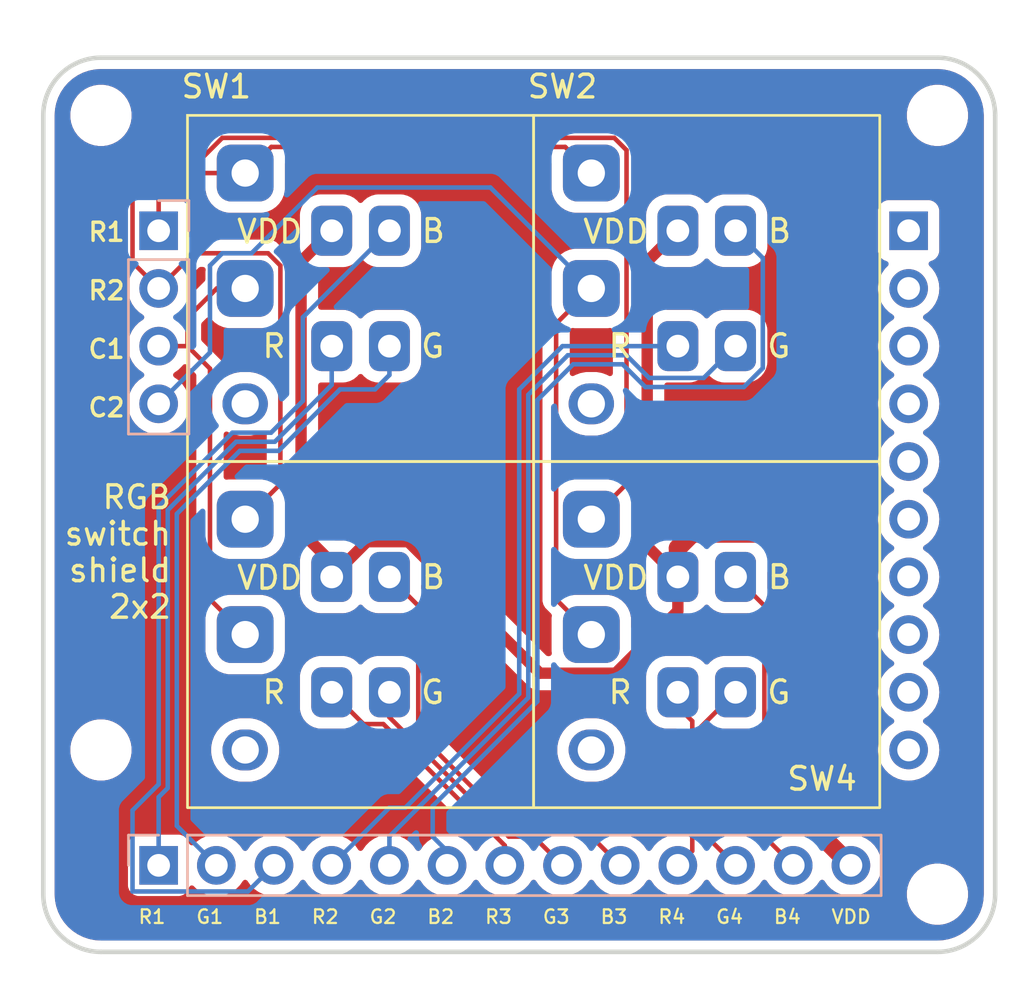
<source format=kicad_pcb>
(kicad_pcb (version 20240108) (generator "pcbnew") (generator_version "8.0")
  (layers (0 "F.Cu" signal) (31 "B.Cu" signal) (34 "B.Paste" user) (35 "F.Paste" user) (36 "B.SilkS" user "B.Silkscreen") (37 "F.SilkS" user "F.Silkscreen") (38 "B.Mask" user) (39 "F.Mask" user) (44 "Edge.Cuts" user))
  (net 0 "")
  (net 1 "Row1")
  (net 2 "Col1")
  (net 3 "Col2")
  (net 4 "Row2")
  (net 5 "G4")
  (net 6 "G3")
  (net 7 "B4")
  (net 8 "VDD")
  (net 9 "G2")
  (net 10 "R4")
  (net 11 "R2")
  (net 12 "G1")
  (net 13 "R1")
  (net 14 "R3")
  (net 15 "B2")
  (net 16 "B3")
  (net 17 "B1")
  (footprint "MountingHole:MountingHole_2.2mm_M2" (layer "F.Cu") (at 86.36 45.72)
    (property "Reference" "REF**" (hide yes))
    (property "Value" "MountingHole_2.2mm_M2" (hide yes))
    (pad "" np_thru_hole circle (at 0 0) (size 2.2 2.2) (drill 2.2) (layers "F&B.Cu" "*.Mask"))
  )
  (footprint "SilvansFootprintLibrary:Honyone Tactile Switch RGB" (layer "F.Cu") (at 60.96 68.58)
    (property "Reference" "SW3" (hide yes))
    (property "Value" "RGB_SW_3")
    (fp_rect (start -7.62 -7.62) (end 7.62 7.62) (stroke (width 0.12)) (fill none) (layer "F.SilkS"))
    (fp_text user "G" (at 3.175 2.54 0) (layer "F.SilkS"))
    (fp_text user "R" (at -3.81 2.54 0) (layer "F.SilkS"))
    (fp_text user "VDD" (at -4 -2.5 0) (layer "F.SilkS"))
    (fp_text user "B" (at 3.203452 -2.529491 0) (layer "F.SilkS"))
    (pad "" thru_hole roundrect (at -5.08 5.08 180) (size 2 1.8) (drill 1.2) (layers "*.Cu" "*.Mask") (roundrect_rratio 0.5))
    (pad "1" thru_hole roundrect (at -5.079999 0 180) (size 2.5 2.5) (drill 1.2) (layers "*.Cu" "*.Mask") (net 2 "Col1"))
    (pad "2" thru_hole roundrect (at -5.08 -5.08 180) (size 2.5 2.5) (drill 1.2) (layers "*.Cu" "*.Mask") (net 4 "Row2"))
    (pad "B" thru_hole roundrect (at 1.27 -2.54 180) (size 1.8 2.2) (drill 1) (layers "*.Cu" "*.Mask") (net 16 "B3"))
    (pad "G" thru_hole roundrect (at 1.27 2.54 180) (size 1.8 2.2) (drill 1) (layers "*.Cu" "*.Mask") (net 6 "G3"))
    (pad "R" thru_hole roundrect (at -1.27 2.54 180) (size 1.8 2.2) (drill 1) (layers "*.Cu" "*.Mask") (net 14 "R3"))
    (pad "VDD" thru_hole roundrect (at -1.27 -2.54 180) (size 1.8 2.2) (drill 1) (layers "*.Cu" "*.Mask") (net 8 "VDD"))
  )
  (footprint "MountingHole:MountingHole_2.2mm_M2" (layer "F.Cu") (at 49.53 73.66)
    (property "Reference" "REF**" (hide yes))
    (property "Value" "MountingHole_2.2mm_M2" (hide yes))
    (pad "" np_thru_hole circle (at 0 0) (size 2.2 2.2) (drill 2.2) (layers "F&B.Cu" "*.Mask"))
  )
  (footprint "MountingHole:MountingHole_2.2mm_M2" (layer "F.Cu") (at 49.53 45.72)
    (property "Reference" "REF**" (hide yes))
    (property "Value" "MountingHole_2.2mm_M2" (hide yes))
    (pad "" np_thru_hole circle (at 0 0) (size 2.2 2.2) (drill 2.2) (layers "F&B.Cu" "*.Mask"))
  )
  (footprint "MountingHole:MountingHole_2.2mm_M2" (layer "F.Cu") (at 86.36 80.01)
    (property "Reference" "REF**" (hide yes))
    (property "Value" "MountingHole_2.2mm_M2" (hide yes))
    (pad "" np_thru_hole circle (at 0 0) (size 2.2 2.2) (drill 2.2) (layers "*.Cu" "*.Mask"))
  )
  (footprint "SilvansFootprintLibrary:Honyone Tactile Switch RGB" (layer "F.Cu") (at 60.96 53.34)
    (property "Reference" "SW1" (at -6.35 -8.89 0) (layer "F.SilkS"))
    (property "Value" "RGB_SW_1")
    (fp_rect (start -7.62 -7.62) (end 7.62 7.62) (stroke (width 0.12)) (fill none) (layer "F.SilkS"))
    (fp_text user "G" (at 3.175 2.54 0) (layer "F.SilkS"))
    (fp_text user "R" (at -3.81 2.54 0) (layer "F.SilkS"))
    (fp_text user "VDD" (at -4 -2.5 0) (layer "F.SilkS"))
    (fp_text user "B" (at 3.203452 -2.529491 0) (layer "F.SilkS"))
    (pad "" thru_hole roundrect (at -5.08 5.08 180) (size 2 1.8) (drill 1.2) (layers "*.Cu" "*.Mask") (roundrect_rratio 0.5))
    (pad "1" thru_hole roundrect (at -5.079999 0 180) (size 2.5 2.5) (drill 1.2) (layers "*.Cu" "*.Mask") (net 2 "Col1"))
    (pad "2" thru_hole roundrect (at -5.08 -5.08 180) (size 2.5 2.5) (drill 1.2) (layers "*.Cu" "*.Mask") (net 1 "Row1"))
    (pad "B" thru_hole roundrect (at 1.27 -2.54 180) (size 1.8 2.2) (drill 1) (layers "*.Cu" "*.Mask") (net 17 "B1"))
    (pad "G" thru_hole roundrect (at 1.27 2.54 180) (size 1.8 2.2) (drill 1) (layers "*.Cu" "*.Mask") (net 12 "G1"))
    (pad "R" thru_hole roundrect (at -1.27 2.54 180) (size 1.8 2.2) (drill 1) (layers "*.Cu" "*.Mask") (net 13 "R1"))
    (pad "VDD" thru_hole roundrect (at -1.27 -2.54 180) (size 1.8 2.2) (drill 1) (layers "*.Cu" "*.Mask") (net 8 "VDD"))
  )
  (footprint "SilvansFootprintLibrary:Honyone Tactile Switch RGB" (layer "F.Cu") (at 76.2 53.34)
    (property "Reference" "SW2" (at -6.35 -8.89 0) (layer "F.SilkS"))
    (property "Value" "RGB_SW_2")
    (fp_rect (start -7.62 -7.62) (end 7.62 7.62) (stroke (width 0.12)) (fill none) (layer "F.SilkS"))
    (fp_text user "VDD" (at -4 -2.5 0) (layer "F.SilkS"))
    (fp_text user "R" (at -3.81 2.54 0) (layer "F.SilkS"))
    (fp_text user "B" (at 3.203452 -2.529491 0) (layer "F.SilkS"))
    (fp_text user "G" (at 3.175 2.54 0) (layer "F.SilkS"))
    (pad "" thru_hole roundrect (at -5.08 5.08 180) (size 2 1.8) (drill 1.2) (layers "*.Cu" "*.Mask") (roundrect_rratio 0.5))
    (pad "1" thru_hole roundrect (at -5.079999 0 180) (size 2.5 2.5) (drill 1.2) (layers "*.Cu" "*.Mask") (net 3 "Col2"))
    (pad "2" thru_hole roundrect (at -5.08 -5.08 180) (size 2.5 2.5) (drill 1.2) (layers "*.Cu" "*.Mask") (net 1 "Row1"))
    (pad "B" thru_hole roundrect (at 1.27 -2.54 180) (size 1.8 2.2) (drill 1) (layers "*.Cu" "*.Mask") (net 15 "B2"))
    (pad "G" thru_hole roundrect (at 1.27 2.54 180) (size 1.8 2.2) (drill 1) (layers "*.Cu" "*.Mask") (net 9 "G2"))
    (pad "R" thru_hole roundrect (at -1.27 2.54 180) (size 1.8 2.2) (drill 1) (layers "*.Cu" "*.Mask") (net 11 "R2"))
    (pad "VDD" thru_hole roundrect (at -1.27 -2.54 180) (size 1.8 2.2) (drill 1) (layers "*.Cu" "*.Mask") (net 8 "VDD"))
  )
  (footprint "SilvansFootprintLibrary:Honyone Tactile Switch RGB" (layer "F.Cu") (at 76.2 68.58)
    (property "Reference" "SW4" (at 5.08 6.35 0) (layer "F.SilkS"))
    (property "Value" "RGB_SW_4" (hide yes))
    (fp_rect (start -7.62 -7.62) (end 7.62 7.62) (stroke (width 0.12)) (fill none) (layer "F.SilkS"))
    (fp_text user "G" (at 3.175 2.54 0) (layer "F.SilkS"))
    (fp_text user "B" (at 3.203452 -2.529491 0) (layer "F.SilkS"))
    (fp_text user "R" (at -3.81 2.54 0) (layer "F.SilkS"))
    (fp_text user "VDD" (at -4 -2.5 0) (layer "F.SilkS"))
    (pad "" thru_hole roundrect (at -5.08 5.08 180) (size 2 1.8) (drill 1.2) (layers "*.Cu" "*.Mask") (roundrect_rratio 0.5))
    (pad "1" thru_hole roundrect (at -5.079999 0 180) (size 2.5 2.5) (drill 1.2) (layers "*.Cu" "*.Mask") (net 3 "Col2"))
    (pad "2" thru_hole roundrect (at -5.08 -5.08 180) (size 2.5 2.5) (drill 1.2) (layers "*.Cu" "*.Mask") (net 4 "Row2"))
    (pad "B" thru_hole roundrect (at 1.27 -2.54 180) (size 1.8 2.2) (drill 1) (layers "*.Cu" "*.Mask") (net 7 "B4"))
    (pad "G" thru_hole roundrect (at 1.27 2.54 180) (size 1.8 2.2) (drill 1) (layers "*.Cu" "*.Mask") (net 5 "G4"))
    (pad "R" thru_hole roundrect (at -1.27 2.54 180) (size 1.8 2.2) (drill 1) (layers "*.Cu" "*.Mask") (net 10 "R4"))
    (pad "VDD" thru_hole roundrect (at -1.27 -2.54 180) (size 1.8 2.2) (drill 1) (layers "*.Cu" "*.Mask") (net 8 "VDD"))
  )
  (footprint "Connector_PinHeader_2.54mm:PinHeader_1x10_P2.54mm_Vertical" (layer "B.Cu") (at 85.09 50.8 180)
    (property "Reference" "REF**" (hide yes))
    (property "Value" "PinHeader_1x10_P2.54mm_Vertical" (hide yes))
    (pad "1" thru_hole rect (at 0 0 180) (size 1.7 1.7) (drill 1) (layers "*.Cu" "*.Mask"))
    (pad "2" thru_hole oval (at 0 -2.54 180) (size 1.7 1.7) (drill 1) (layers "*.Cu" "*.Mask"))
    (pad "3" thru_hole oval (at 0 -5.08 180) (size 1.7 1.7) (drill 1) (layers "*.Cu" "*.Mask"))
    (pad "4" thru_hole oval (at 0 -7.62 180) (size 1.7 1.7) (drill 1) (layers "*.Cu" "*.Mask"))
    (pad "5" thru_hole oval (at 0 -10.16 180) (size 1.7 1.7) (drill 1) (layers "*.Cu" "*.Mask"))
    (pad "6" thru_hole oval (at 0 -12.7 180) (size 1.7 1.7) (drill 1) (layers "*.Cu" "*.Mask"))
    (pad "7" thru_hole oval (at 0 -15.24 180) (size 1.7 1.7) (drill 1) (layers "*.Cu" "*.Mask"))
    (pad "8" thru_hole oval (at 0 -17.78 180) (size 1.7 1.7) (drill 1) (layers "*.Cu" "*.Mask"))
    (pad "9" thru_hole oval (at 0 -20.32 180) (size 1.7 1.7) (drill 1) (layers "*.Cu" "*.Mask"))
    (pad "10" thru_hole oval (at 0 -22.86 180) (size 1.7 1.7) (drill 1) (layers "*.Cu" "*.Mask"))
  )
  (footprint "Connector_PinHeader_2.54mm:PinHeader_1x04_P2.54mm_Vertical" (layer "B.Cu") (at 52.07 50.8 180)
    (property "Reference" "J1" (hide yes))
    (property "Value" "PINHD_1x4_Male" (hide yes))
    (fp_line (start 1.33 -1.270001) (end -1.33 -1.270001) (stroke (width 0.12)) (layer "B.SilkS"))
    (fp_line (start 1.33 -8.95) (end 1.33 -1.270001) (stroke (width 0.12)) (layer "B.SilkS"))
    (fp_line (start 1.33 -8.95) (end -1.33 -8.95) (stroke (width 0.12)) (layer "B.SilkS"))
    (fp_line (start 0 1.33) (end -1.33 1.33) (stroke (width 0.12)) (layer "B.SilkS"))
    (fp_line (start -1.33 1.33) (end -1.33 0) (stroke (width 0.12)) (layer "B.SilkS"))
    (fp_line (start -1.33 -8.95) (end -1.33 -1.270001) (stroke (width 0.12)) (layer "B.SilkS"))
    (pad "1" thru_hole rect (at 0 0 180) (size 1.7 1.7) (drill 1) (layers "*.Cu" "*.Mask") (net 1 "Row1"))
    (pad "2" thru_hole oval (at 0 -2.54 180) (size 1.7 1.7) (drill 1) (layers "*.Cu" "*.Mask") (net 4 "Row2"))
    (pad "3" thru_hole oval (at 0 -5.079999 180) (size 1.7 1.7) (drill 1) (layers "*.Cu" "*.Mask") (net 2 "Col1"))
    (pad "4" thru_hole oval (at 0 -7.62 180) (size 1.7 1.7) (drill 1) (layers "*.Cu" "*.Mask") (net 3 "Col2"))
  )
  (footprint "Connector_PinHeader_2.54mm:PinHeader_1x13_P2.54mm_Vertical" (layer "B.Cu") (at 52.07 78.74 -90)
    (property "Reference" "J2" (hide yes))
    (property "Value" "PINHD_1x13_Male" (hide yes))
    (fp_line (start -1.33 1.33) (end -1.33 0) (stroke (width 0.12)) (layer "B.SilkS"))
    (fp_line (start 0 1.33) (end -1.33 1.33) (stroke (width 0.12)) (layer "B.SilkS"))
    (fp_line (start 1.33 -1.270001) (end -1.33 -1.270001) (stroke (width 0.12)) (layer "B.SilkS"))
    (fp_line (start -1.33 -31.81) (end -1.33 -1.270001) (stroke (width 0.12)) (layer "B.SilkS"))
    (fp_line (start 1.33 -31.81) (end 1.33 -1.270001) (stroke (width 0.12)) (layer "B.SilkS"))
    (fp_line (start 1.33 -31.81) (end -1.33 -31.81) (stroke (width 0.12)) (layer "B.SilkS"))
    (pad "1" thru_hole rect (at 0 0 270) (size 1.7 1.7) (drill 1) (layers "*.Cu" "*.Mask") (net 13 "R1"))
    (pad "2" thru_hole oval (at 0 -2.54 270) (size 1.7 1.7) (drill 1) (layers "*.Cu" "*.Mask") (net 12 "G1"))
    (pad "3" thru_hole oval (at 0 -5.079999 270) (size 1.7 1.7) (drill 1) (layers "*.Cu" "*.Mask") (net 17 "B1"))
    (pad "4" thru_hole oval (at 0 -7.62 270) (size 1.7 1.7) (drill 1) (layers "*.Cu" "*.Mask") (net 11 "R2"))
    (pad "5" thru_hole oval (at 0 -10.16 270) (size 1.7 1.7) (drill 1) (layers "*.Cu" "*.Mask") (net 9 "G2"))
    (pad "6" thru_hole oval (at 0 -12.7 270) (size 1.7 1.7) (drill 1) (layers "*.Cu" "*.Mask") (net 15 "B2"))
    (pad "7" thru_hole oval (at 0 -15.24 270) (size 1.7 1.7) (drill 1) (layers "*.Cu" "*.Mask") (net 14 "R3"))
    (pad "8" thru_hole oval (at 0 -17.780001 270) (size 1.7 1.7) (drill 1) (layers "*.Cu" "*.Mask") (net 6 "G3"))
    (pad "9" thru_hole oval (at 0 -20.32 270) (size 1.7 1.7) (drill 1) (layers "*.Cu" "*.Mask") (net 16 "B3"))
    (pad "10" thru_hole oval (at 0 -22.86 270) (size 1.7 1.7) (drill 1) (layers "*.Cu" "*.Mask") (net 10 "R4"))
    (pad "11" thru_hole oval (at 0 -25.4 270) (size 1.7 1.7) (drill 1) (layers "*.Cu" "*.Mask") (net 5 "G4"))
    (pad "12" thru_hole oval (at 0 -27.939999 270) (size 1.7 1.7) (drill 1) (layers "*.Cu" "*.Mask") (net 7 "B4"))
    (pad "13" thru_hole oval (at 0 -30.48 270) (size 1.7 1.7) (drill 1) (layers "*.Cu" "*.Mask") (net 8 "VDD"))
  )
  (gr_arc (start 49.530001 82.55) (mid 47.733948 81.806052) (end 46.99 80.01) (stroke (width 0.2)) (layer "Edge.Cuts"))
  (gr_line (start 49.530001 43.18) (end 86.359999 43.18) (stroke (width 0.2)) (layer "Edge.Cuts"))
  (gr_arc (start 86.359999 43.18) (mid 88.156051 43.923948) (end 88.9 45.72) (stroke (width 0.2)) (layer "Edge.Cuts"))
  (gr_line (start 88.9 45.72) (end 88.9 80.01) (stroke (width 0.2)) (layer "Edge.Cuts"))
  (gr_line (start 46.99 80.01) (end 46.99 45.72) (stroke (width 0.2)) (layer "Edge.Cuts"))
  (gr_arc (start 88.9 80.01) (mid 88.156051 81.806052) (end 86.359999 82.55) (stroke (width 0.2)) (layer "Edge.Cuts"))
  (gr_line (start 86.359999 82.55) (end 49.530001 82.55) (stroke (width 0.2)) (layer "Edge.Cuts"))
  (gr_arc (start 46.99 45.72) (mid 47.733949 43.923948) (end 49.530001 43.18) (stroke (width 0.2)) (layer "Edge.Cuts"))
  (gr_text "R1\n\nR2\n\nC1\n\nC2" (at 48.895 59.055 0) (layer "F.SilkS") (effects (font (size 0.8 0.8) (thickness 0.15) (bold yes)) (justify left bottom)))
  (gr_text "RGB\nswitch\nshield\n2x2" (at 52.705 67.945 0) (layer "F.SilkS") (effects (font (size 1 1)) (justify right bottom)))
  (gr_text "R1   G1   B1   R2   G2   B2   R3   G3   B3   R4   G4   B4   VDD" (at 51.125 81.355 0) (layer "F.SilkS") (effects (font (size 0.6 0.6) (thickness 0.1) (bold yes)) (justify left bottom)))
  (segment (start 57.03 47.11) (end 69.97 47.11) (width 0.2) (layer "F.Cu") (net 1))
  (segment (start 52.635686 48.26) (end 52.07 48.825686) (width 0.2) (layer "F.Cu") (net 1))
  (segment (start 55.88 48.26) (end 52.635686 48.26) (width 0.2) (layer "F.Cu") (net 1))
  (segment (start 55.88 48.26) (end 57.03 47.11) (width 0.2) (layer "F.Cu") (net 1))
  (segment (start 69.97 47.11) (end 71.12 48.26) (width 0.2) (layer "F.Cu") (net 1))
  (segment (start 52.07 48.825686) (end 52.07 50.8) (width 0.2) (layer "F.Cu") (net 1))
  (segment (start 53.34 55.88) (end 52.07 55.879999) (width 0.2) (layer "F.Cu") (net 2))
  (segment (start 54.630001 53.34) (end 53.360001 54.61) (width 0.2) (layer "F.Cu") (net 2))
  (segment (start 54.33 67.029999) (end 55.880001 68.58) (width 0.2) (layer "F.Cu") (net 2))
  (segment (start 53.34 54.61) (end 53.34 55.88) (width 0.2) (layer "F.Cu") (net 2))
  (segment (start 55.880001 53.34) (end 54.630001 53.34) (width 0.2) (layer "F.Cu") (net 2))
  (segment (start 54.33 56.87) (end 54.33 67.029999) (width 0.2) (layer "F.Cu") (net 2))
  (segment (start 53.34 55.88) (end 54.33 56.87) (width 0.2) (layer "F.Cu") (net 2))
  (segment (start 53.360001 54.61) (end 53.34 54.61) (width 0.2) (layer "F.Cu") (net 2))
  (segment (start 69.57 54.890001) (end 71.120001 53.34) (width 0.2) (layer "F.Cu") (net 3))
  (segment (start 69.57 67.029999) (end 69.57 54.890001) (width 0.2) (layer "F.Cu") (net 3))
  (segment (start 71.120001 68.58) (end 69.57 67.029999) (width 0.2) (layer "F.Cu") (net 3))
  (segment (start 66.675001 48.895) (end 71.120001 53.34) (width 0.2) (layer "B.Cu") (net 3))
  (segment (start 59.055 48.895) (end 66.675001 48.895) (width 0.2) (layer "B.Cu") (net 3))
  (segment (start 52.07 58.42) (end 54.330001 56.159999) (width 0.2) (layer "B.Cu") (net 3))
  (segment (start 56.16 51.79) (end 59.055 48.895) (width 0.2) (layer "B.Cu") (net 3))
  (segment (start 54.330001 56.159999) (end 54.330001 52.331852) (width 0.2) (layer "B.Cu") (net 3))
  (segment (start 54.871853 51.79) (end 56.16 51.79) (width 0.2) (layer "B.Cu") (net 3))
  (segment (start 54.330001 52.331852) (end 54.871853 51.79) (width 0.2) (layer "B.Cu") (net 3))
  (segment (start 57.430001 52.331852) (end 56.888149 51.79) (width 0.2) (layer "F.Cu") (net 4))
  (segment (start 72.670001 47.251853) (end 72.670001 61.949999) (width 0.2) (layer "F.Cu") (net 4))
  (segment (start 52.07 53.34) (end 50.92 52.19) (width 0.2) (layer "F.Cu") (net 4))
  (segment (start 57.430001 61.949999) (end 57.430001 52.331852) (width 0.2) (layer "F.Cu") (net 4))
  (segment (start 72.670001 61.949999) (end 71.12 63.5) (width 0.2) (layer "F.Cu") (net 4))
  (segment (start 50.92 52.19) (end 50.92 49.41) (width 0.2) (layer "F.Cu") (net 4))
  (segment (start 56.888149 51.79) (end 53.62 51.79) (width 0.2) (layer "F.Cu") (net 4))
  (segment (start 50.92 49.41) (end 52.470001 47.86) (width 0.2) (layer "F.Cu") (net 4))
  (segment (start 72.128148 46.71) (end 72.670001 47.251853) (width 0.2) (layer "F.Cu") (net 4))
  (segment (start 55.88 63.5) (end 57.430001 61.949999) (width 0.2) (layer "F.Cu") (net 4))
  (segment (start 53.62 51.79) (end 52.07 53.34) (width 0.2) (layer "F.Cu") (net 4))
  (segment (start 52.470001 47.86) (end 53.721852 47.86) (width 0.2) (layer "F.Cu") (net 4))
  (segment (start 54.871852 46.71) (end 72.128148 46.71) (width 0.2) (layer "F.Cu") (net 4))
  (segment (start 53.721852 47.86) (end 54.871852 46.71) (width 0.2) (layer "F.Cu") (net 4))
  (segment (start 77.47 78.74) (end 75.965 77.235) (width 0.2) (layer "F.Cu") (net 5))
  (segment (start 75.965 72.625) (end 77.47 71.12) (width 0.2) (layer "F.Cu") (net 5))
  (segment (start 75.965 77.235) (end 75.965 72.625) (width 0.2) (layer "F.Cu") (net 5))
  (segment (start 62.23 72.219999) (end 67.485001 77.475) (width 0.2) (layer "F.Cu") (net 6))
  (segment (start 62.23 71.12) (end 62.23 72.219999) (width 0.2) (layer "F.Cu") (net 6))
  (segment (start 68.585001 77.475) (end 69.850001 78.74) (width 0.2) (layer "F.Cu") (net 6))
  (segment (start 67.485001 77.475) (end 68.585001 77.475) (width 0.2) (layer "F.Cu") (net 6))
  (segment (start 78.74 67.31) (end 78.74 77.470001) (width 0.2) (layer "F.Cu") (net 7))
  (segment (start 78.74 77.470001) (end 80.009999 78.74) (width 0.2) (layer "F.Cu") (net 7))
  (segment (start 77.47 66.04) (end 78.74 67.31) (width 0.2) (layer "F.Cu") (net 7))
  (segment (start 74.93 64.77) (end 75.565 64.135) (width 0.8) (layer "F.Cu") (net 8))
  (segment (start 81.28 77.47) (end 82.55 78.74) (width 0.8) (layer "F.Cu") (net 8))
  (segment (start 74.93 66.04) (end 74.93 64.77) (width 0.8) (layer "F.Cu") (net 8))
  (segment (start 59.69 66.04) (end 59.69 65.405) (width 0.5) (layer "F.Cu") (net 8))
  (segment (start 74.93 66.04) (end 73.58 64.69) (width 0.5) (layer "F.Cu") (net 8))
  (segment (start 81.28 66.675) (end 81.28 77.47) (width 0.8) (layer "F.Cu") (net 8))
  (segment (start 63.05998 64.49) (end 61.24 64.49) (width 0.5) (layer "F.Cu") (net 8))
  (segment (start 68.84998 70.28) (end 63.05998 64.49) (width 0.5) (layer "F.Cu") (net 8))
  (segment (start 74.93 67.540281) (end 72.190281 70.28) (width 0.5) (layer "F.Cu") (net 8))
  (segment (start 59.69 65.405) (end 58.34 64.055) (width 0.5) (layer "F.Cu") (net 8))
  (segment (start 73.58 64.69) (end 73.58 52.15) (width 0.5) (layer "F.Cu") (net 8))
  (segment (start 75.565 64.135) (end 78.74 64.135) (width 0.8) (layer "F.Cu") (net 8))
  (segment (start 58.34 52.15) (end 59.69 50.8) (width 0.5) (layer "F.Cu") (net 8))
  (segment (start 58.34 64.055) (end 58.34 52.15) (width 0.5) (layer "F.Cu") (net 8))
  (segment (start 73.58 52.15) (end 74.93 50.8) (width 0.5) (layer "F.Cu") (net 8))
  (segment (start 74.93 66.04) (end 74.93 67.540281) (width 0.5) (layer "F.Cu") (net 8))
  (segment (start 61.24 64.49) (end 59.69 66.04) (width 0.5) (layer "F.Cu") (net 8))
  (segment (start 78.74 64.135) (end 81.28 66.675) (width 0.8) (layer "F.Cu") (net 8))
  (segment (start 72.190281 70.28) (end 68.84998 70.28) (width 0.5) (layer "F.Cu") (net 8))
  (segment (start 77.47 55.88) (end 76.07 57.28) (width 0.2) (layer "B.Cu") (net 9))
  (segment (start 62.23 77.469999) (end 62.23 78.74) (width 0.2) (layer "B.Cu") (net 9))
  (segment (start 72.664066 56.28) (end 70.085 56.28) (width 0.2) (layer "B.Cu") (net 9))
  (segment (start 73.664066 57.28) (end 72.664066 56.28) (width 0.2) (layer "B.Cu") (net 9))
  (segment (start 68.345 71.354999) (end 62.23 77.469999) (width 0.2) (layer "B.Cu") (net 9))
  (segment (start 70.085 56.28) (end 68.345 58.02) (width 0.2) (layer "B.Cu") (net 9))
  (segment (start 76.07 57.28) (end 73.664066 57.28) (width 0.2) (layer "B.Cu") (net 9))
  (segment (start 68.345 58.02) (end 68.345 71.354999) (width 0.2) (layer "B.Cu") (net 9))
  (segment (start 75.565 72.39) (end 75.565 78.105) (width 0.2) (layer "F.Cu") (net 10))
  (segment (start 75.565 71.755) (end 74.93 71.12) (width 0.2) (layer "F.Cu") (net 10))
  (segment (start 74.93 71.755) (end 75.565 72.39) (width 0.2) (layer "F.Cu") (net 10))
  (segment (start 75.565 78.105) (end 74.93 78.74) (width 0.2) (layer "F.Cu") (net 10))
  (segment (start 74.93 71.12) (end 74.93 71.755) (width 0.2) (layer "F.Cu") (net 10))
  (segment (start 74.93 55.88) (end 69.85 55.88) (width 0.2) (layer "B.Cu") (net 11))
  (segment (start 62.225 76.205) (end 59.69 78.74) (width 0.2) (layer "B.Cu") (net 11))
  (segment (start 67.945 57.785) (end 67.945 71.189314) (width 0.2) (layer "B.Cu") (net 11))
  (segment (start 62.929314 76.205) (end 62.225 76.205) (width 0.2) (layer "B.Cu") (net 11))
  (segment (start 67.945 71.189314) (end 62.929314 76.205) (width 0.2) (layer "B.Cu") (net 11))
  (segment (start 69.85 55.88) (end 67.945 57.785) (width 0.2) (layer "B.Cu") (net 11))
  (segment (start 61.595 57.785) (end 62.23 57.15) (width 0.2) (layer "B.Cu") (net 12))
  (segment (start 60.055438 57.785) (end 61.595 57.785) (width 0.2) (layer "B.Cu") (net 12))
  (segment (start 55.645686 60.49) (end 57.350437 60.49) (width 0.2) (layer "B.Cu") (net 12))
  (segment (start 52.87 77) (end 52.87 63.265686) (width 0.2) (layer "B.Cu") (net 12))
  (segment (start 52.87 63.265686) (end 55.645686 60.49) (width 0.2) (layer "B.Cu") (net 12))
  (segment (start 54.61 78.74) (end 52.87 77) (width 0.2) (layer "B.Cu") (net 12))
  (segment (start 62.23 57.15) (end 62.23 55.88) (width 0.2) (layer "B.Cu") (net 12))
  (segment (start 57.350437 60.49) (end 60.055438 57.785) (width 0.2) (layer "B.Cu") (net 12))
  (segment (start 59.69 57.584752) (end 57.184752 60.09) (width 0.2) (layer "B.Cu") (net 13))
  (segment (start 52.47 63.1) (end 52.47 75.335685) (width 0.2) (layer "B.Cu") (net 13))
  (segment (start 55.48 60.09) (end 52.47 63.1) (width 0.2) (layer "B.Cu") (net 13))
  (segment (start 59.69 55.88) (end 59.69 57.584752) (width 0.2) (layer "B.Cu") (net 13))
  (segment (start 52.47 75.335685) (end 52.07 75.735685) (width 0.2) (layer "B.Cu") (net 13))
  (segment (start 57.184752 60.09) (end 55.48 60.09) (width 0.2) (layer "B.Cu") (net 13))
  (segment (start 52.07 75.735685) (end 52.07 78.74) (width 0.2) (layer "B.Cu") (net 13))
  (segment (start 67.31 77.865685) (end 67.31 78.74) (width 0.2) (layer "F.Cu") (net 14))
  (segment (start 59.69 71.12) (end 61.09 72.52) (width 0.2) (layer "F.Cu") (net 14))
  (segment (start 61.09 72.52) (end 61.964315 72.52) (width 0.2) (layer "F.Cu") (net 14))
  (segment (start 61.964315 72.52) (end 67.31 77.865685) (width 0.2) (layer "F.Cu") (net 14))
  (segment (start 78.67 56.847848) (end 78.67 52) (width 0.2) (layer "B.Cu") (net 15))
  (segment (start 72.49838 56.68) (end 73.498381 57.68) (width 0.2) (layer "B.Cu") (net 15))
  (segment (start 68.745 58.255) (end 70.32 56.68) (width 0.2) (layer "B.Cu") (net 15))
  (segment (start 73.498381 57.68) (end 77.837848 57.68) (width 0.2) (layer "B.Cu") (net 15))
  (segment (start 70.32 56.68) (end 72.49838 56.68) (width 0.2) (layer "B.Cu") (net 15))
  (segment (start 64.135 76.130684) (end 68.745 71.520684) (width 0.2) (layer "B.Cu") (net 15))
  (segment (start 78.67 52) (end 77.47 50.8) (width 0.2) (layer "B.Cu") (net 15))
  (segment (start 64.77 78.74) (end 64.77 78.11) (width 0.2) (layer "B.Cu") (net 15))
  (segment (start 68.745 71.520684) (end 68.745 58.255) (width 0.2) (layer "B.Cu") (net 15))
  (segment (start 64.135 77.475) (end 64.135 76.130684) (width 0.2) (layer "B.Cu") (net 15))
  (segment (start 77.837848 57.68) (end 78.67 56.847848) (width 0.2) (layer "B.Cu") (net 15))
  (segment (start 64.77 78.11) (end 64.135 77.475) (width 0.2) (layer "B.Cu") (net 15))
  (segment (start 62.23 66.04) (end 63.5 67.31) (width 0.2) (layer "F.Cu") (net 16))
  (segment (start 63.5 67.31) (end 63.5 72.924313) (width 0.2) (layer "F.Cu") (net 16))
  (segment (start 70.725 77.075) (end 72.39 78.74) (width 0.2) (layer "F.Cu") (net 16))
  (segment (start 63.5 72.924313) (end 67.650687 77.075) (width 0.2) (layer "F.Cu") (net 16))
  (segment (start 67.650687 77.075) (end 70.725 77.075) (width 0.2) (layer "F.Cu") (net 16))
  (segment (start 55.314314 59.69) (end 52.07 62.934314) (width 0.2) (layer "B.Cu") (net 17))
  (segment (start 58.42 54.61) (end 58.42 58.289066) (width 0.2) (layer "B.Cu") (net 17))
  (segment (start 57.019066 59.69) (end 55.314314 59.69) (width 0.2) (layer "B.Cu") (net 17))
  (segment (start 62.23 50.8) (end 58.42 54.61) (width 0.2) (layer "B.Cu") (net 17))
  (segment (start 58.42 58.289066) (end 57.019066 59.69) (width 0.2) (layer "B.Cu") (net 17))
  (segment (start 52.07 75.169999) (end 50.92 76.32) (width 0.2) (layer "B.Cu") (net 17))
  (segment (start 55.999999 79.89) (end 57.149999 78.74) (width 0.2) (layer "B.Cu") (net 17))
  (segment (start 50.92 79.89) (end 55.999999 79.89) (width 0.2) (layer "B.Cu") (net 17))
  (segment (start 50.92 76.32) (end 50.92 79.89) (width 0.2) (layer "B.Cu") (net 17))
  (segment (start 52.07 62.934314) (end 52.07 75.169999) (width 0.2) (layer "B.Cu") (net 17))
  (zone (net 0) (net_name "") (layers "F&B.Cu") (connect_pads (clearance 0.5)) (min_thickness 0.25) (fill yes (thermal_gap 0.5) (thermal_bridge_width 0.5) (island_removal_mode 1) (island_area_min 10))
    (polygon (pts (xy 45.72 41.91) (xy 90.17 40.64) (xy 90.17 84.455) (xy 45.085 83.82) (xy 45.085 41.91) (xy 46.355 41.91)))
  )
)
</source>
